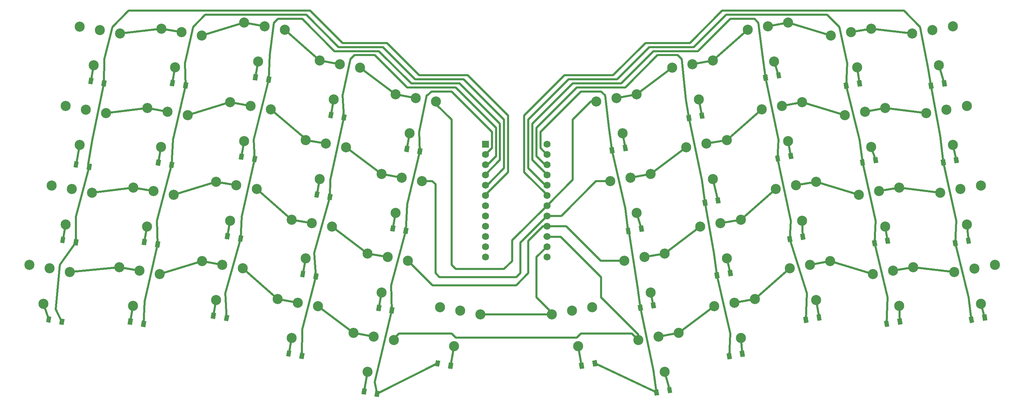
<source format=gbr>
G04 #@! TF.FileFunction,Copper,L2,Bot,Signal*
%FSLAX46Y46*%
G04 Gerber Fmt 4.6, Leading zero omitted, Abs format (unit mm)*
G04 Created by KiCad (PCBNEW (2015-03-15 BZR 5517)-product) date Wednesday, March 30, 2016 'AMt' 09:18:45 AM*
%MOMM*%
G01*
G04 APERTURE LIST*
%ADD10C,0.100000*%
%ADD11R,1.752600X1.752600*%
%ADD12C,1.752600*%
%ADD13C,2.500000*%
%ADD14C,0.600000*%
%ADD15C,0.500000*%
G04 APERTURE END LIST*
D10*
D11*
X142380000Y-84030000D03*
D12*
X142380000Y-86570000D03*
X142380000Y-89110000D03*
X142380000Y-91650000D03*
X142380000Y-94190000D03*
X142380000Y-96730000D03*
X142380000Y-99270000D03*
X142380000Y-101810000D03*
X142380000Y-104350000D03*
X142380000Y-106890000D03*
X142380000Y-109430000D03*
X142380000Y-111970000D03*
X157620000Y-111970000D03*
X157620000Y-109430000D03*
X157620000Y-106890000D03*
X157620000Y-104350000D03*
X157620000Y-101810000D03*
X157620000Y-99270000D03*
X157620000Y-96730000D03*
X157620000Y-94190000D03*
X157620000Y-91650000D03*
X157620000Y-89110000D03*
X157620000Y-86570000D03*
X157620000Y-84030000D03*
D13*
X227738914Y-113057997D03*
X217733267Y-114822262D03*
X224279823Y-122695070D03*
X222736090Y-113940129D03*
X244830346Y-94812917D03*
X234824699Y-96577182D03*
X241371255Y-104449990D03*
X239827522Y-95695049D03*
D10*
G36*
X43991312Y-69044183D02*
X44251784Y-67566972D01*
X45335072Y-67757985D01*
X45074600Y-69235196D01*
X43991312Y-69044183D01*
X43991312Y-69044183D01*
G37*
G36*
X47241178Y-69617222D02*
X47501650Y-68140011D01*
X48584938Y-68331024D01*
X48324466Y-69808235D01*
X47241178Y-69617222D01*
X47241178Y-69617222D01*
G37*
G36*
X40344700Y-89725146D02*
X40605172Y-88247935D01*
X41688460Y-88438948D01*
X41427988Y-89916159D01*
X40344700Y-89725146D01*
X40344700Y-89725146D01*
G37*
G36*
X43594566Y-90298185D02*
X43855038Y-88820974D01*
X44938326Y-89011987D01*
X44677854Y-90489198D01*
X43594566Y-90298185D01*
X43594566Y-90298185D01*
G37*
G36*
X37045385Y-108436493D02*
X37305857Y-106959282D01*
X38389145Y-107150295D01*
X38128673Y-108627506D01*
X37045385Y-108436493D01*
X37045385Y-108436493D01*
G37*
G36*
X40295251Y-109009532D02*
X40555723Y-107532321D01*
X41639011Y-107723334D01*
X41378539Y-109200545D01*
X40295251Y-109009532D01*
X40295251Y-109009532D01*
G37*
G36*
X33572421Y-128132648D02*
X33832893Y-126655437D01*
X34916181Y-126846450D01*
X34655709Y-128323661D01*
X33572421Y-128132648D01*
X33572421Y-128132648D01*
G37*
G36*
X36822287Y-128705687D02*
X37082759Y-127228476D01*
X38166047Y-127419489D01*
X37905575Y-128896700D01*
X36822287Y-128705687D01*
X36822287Y-128705687D01*
G37*
G36*
X64208411Y-69562723D02*
X64468883Y-68085512D01*
X65552171Y-68276525D01*
X65291699Y-69753736D01*
X64208411Y-69562723D01*
X64208411Y-69562723D01*
G37*
G36*
X67458277Y-70135762D02*
X67718749Y-68658551D01*
X68802037Y-68849564D01*
X68541565Y-70326775D01*
X67458277Y-70135762D01*
X67458277Y-70135762D01*
G37*
G36*
X60735448Y-89258878D02*
X60995920Y-87781667D01*
X62079208Y-87972680D01*
X61818736Y-89449891D01*
X60735448Y-89258878D01*
X60735448Y-89258878D01*
G37*
G36*
X63985314Y-89831917D02*
X64245786Y-88354706D01*
X65329074Y-88545719D01*
X65068602Y-90022930D01*
X63985314Y-89831917D01*
X63985314Y-89831917D01*
G37*
G36*
X57262484Y-108955033D02*
X57522956Y-107477822D01*
X58606244Y-107668835D01*
X58345772Y-109146046D01*
X57262484Y-108955033D01*
X57262484Y-108955033D01*
G37*
G36*
X60512350Y-109528072D02*
X60772822Y-108050861D01*
X61856110Y-108241874D01*
X61595638Y-109719085D01*
X60512350Y-109528072D01*
X60512350Y-109528072D01*
G37*
G36*
X53789521Y-128651188D02*
X54049993Y-127173977D01*
X55133281Y-127364990D01*
X54872809Y-128842201D01*
X53789521Y-128651188D01*
X53789521Y-128651188D01*
G37*
G36*
X57039387Y-129224227D02*
X57299859Y-127747016D01*
X58383147Y-127938029D01*
X58122675Y-129415240D01*
X57039387Y-129224227D01*
X57039387Y-129224227D01*
G37*
G36*
X84772807Y-68111648D02*
X85033279Y-66634437D01*
X86116567Y-66825450D01*
X85856095Y-68302661D01*
X84772807Y-68111648D01*
X84772807Y-68111648D01*
G37*
G36*
X88022673Y-68684687D02*
X88283145Y-67207476D01*
X89366433Y-67398489D01*
X89105961Y-68875700D01*
X88022673Y-68684687D01*
X88022673Y-68684687D01*
G37*
G36*
X81299844Y-87807803D02*
X81560316Y-86330592D01*
X82643604Y-86521605D01*
X82383132Y-87998816D01*
X81299844Y-87807803D01*
X81299844Y-87807803D01*
G37*
G36*
X84549710Y-88380842D02*
X84810182Y-86903631D01*
X85893470Y-87094644D01*
X85632998Y-88571855D01*
X84549710Y-88380842D01*
X84549710Y-88380842D01*
G37*
G36*
X77826880Y-107503958D02*
X78087352Y-106026747D01*
X79170640Y-106217760D01*
X78910168Y-107694971D01*
X77826880Y-107503958D01*
X77826880Y-107503958D01*
G37*
G36*
X81076746Y-108076997D02*
X81337218Y-106599786D01*
X82420506Y-106790799D01*
X82160034Y-108268010D01*
X81076746Y-108076997D01*
X81076746Y-108076997D01*
G37*
G36*
X74353917Y-127200113D02*
X74614389Y-125722902D01*
X75697677Y-125913915D01*
X75437205Y-127391126D01*
X74353917Y-127200113D01*
X74353917Y-127200113D01*
G37*
G36*
X77603783Y-127773152D02*
X77864255Y-126295941D01*
X78947543Y-126486954D01*
X78687071Y-127964165D01*
X77603783Y-127773152D01*
X77603783Y-127773152D01*
G37*
G36*
X103427073Y-77493458D02*
X103687545Y-76016247D01*
X104770833Y-76207260D01*
X104510361Y-77684471D01*
X103427073Y-77493458D01*
X103427073Y-77493458D01*
G37*
G36*
X106676939Y-78066497D02*
X106937411Y-76589286D01*
X108020699Y-76780299D01*
X107760227Y-78257510D01*
X106676939Y-78066497D01*
X106676939Y-78066497D01*
G37*
G36*
X99954110Y-97189613D02*
X100214582Y-95712402D01*
X101297870Y-95903415D01*
X101037398Y-97380626D01*
X99954110Y-97189613D01*
X99954110Y-97189613D01*
G37*
G36*
X103203976Y-97762652D02*
X103464448Y-96285441D01*
X104547736Y-96476454D01*
X104287264Y-97953665D01*
X103203976Y-97762652D01*
X103203976Y-97762652D01*
G37*
G36*
X96481146Y-116885768D02*
X96741618Y-115408557D01*
X97824906Y-115599570D01*
X97564434Y-117076781D01*
X96481146Y-116885768D01*
X96481146Y-116885768D01*
G37*
G36*
X99731012Y-117458807D02*
X99991484Y-115981596D01*
X101074772Y-116172609D01*
X100814300Y-117649820D01*
X99731012Y-117458807D01*
X99731012Y-117458807D01*
G37*
G36*
X93008183Y-136581923D02*
X93268655Y-135104712D01*
X94351943Y-135295725D01*
X94091471Y-136772936D01*
X93008183Y-136581923D01*
X93008183Y-136581923D01*
G37*
G36*
X96258049Y-137154962D02*
X96518521Y-135677751D01*
X97601809Y-135868764D01*
X97341337Y-137345975D01*
X96258049Y-137154962D01*
X96258049Y-137154962D01*
G37*
G36*
X122254987Y-85890460D02*
X122515459Y-84413249D01*
X123598747Y-84604262D01*
X123338275Y-86081473D01*
X122254987Y-85890460D01*
X122254987Y-85890460D01*
G37*
G36*
X125504853Y-86463499D02*
X125765325Y-84986288D01*
X126848613Y-85177301D01*
X126588141Y-86654512D01*
X125504853Y-86463499D01*
X125504853Y-86463499D01*
G37*
G36*
X118782024Y-105586615D02*
X119042496Y-104109404D01*
X120125784Y-104300417D01*
X119865312Y-105777628D01*
X118782024Y-105586615D01*
X118782024Y-105586615D01*
G37*
G36*
X122031890Y-106159654D02*
X122292362Y-104682443D01*
X123375650Y-104873456D01*
X123115178Y-106350667D01*
X122031890Y-106159654D01*
X122031890Y-106159654D01*
G37*
G36*
X115309060Y-125282770D02*
X115569532Y-123805559D01*
X116652820Y-123996572D01*
X116392348Y-125473783D01*
X115309060Y-125282770D01*
X115309060Y-125282770D01*
G37*
G36*
X118558926Y-125855809D02*
X118819398Y-124378598D01*
X119902686Y-124569611D01*
X119642214Y-126046822D01*
X118558926Y-125855809D01*
X118558926Y-125855809D01*
G37*
G36*
X111662449Y-145963733D02*
X111922921Y-144486522D01*
X113006209Y-144677535D01*
X112745737Y-146154746D01*
X111662449Y-145963733D01*
X111662449Y-145963733D01*
G37*
G36*
X114912315Y-146536772D02*
X115172787Y-145059561D01*
X116256075Y-145250574D01*
X115995603Y-146727785D01*
X114912315Y-146536772D01*
X114912315Y-146536772D01*
G37*
G36*
X134438845Y-138302421D02*
X134178373Y-139779632D01*
X133095085Y-139588619D01*
X133355557Y-138111408D01*
X134438845Y-138302421D01*
X134438845Y-138302421D01*
G37*
G36*
X131188979Y-137729382D02*
X130928507Y-139206593D01*
X129845219Y-139015580D01*
X130105691Y-137538369D01*
X131188979Y-137729382D01*
X131188979Y-137729382D01*
G37*
G36*
X165807946Y-139778135D02*
X165547474Y-138300924D01*
X166630762Y-138109911D01*
X166891234Y-139587122D01*
X165807946Y-139778135D01*
X165807946Y-139778135D01*
G37*
G36*
X169057812Y-139205096D02*
X168797340Y-137727885D01*
X169880628Y-137536872D01*
X170141100Y-139014083D01*
X169057812Y-139205096D01*
X169057812Y-139205096D01*
G37*
G36*
X177411408Y-84165888D02*
X177671880Y-85643099D01*
X176588592Y-85834112D01*
X176328120Y-84356901D01*
X177411408Y-84165888D01*
X177411408Y-84165888D01*
G37*
G36*
X174161542Y-84738927D02*
X174422014Y-86216138D01*
X173338726Y-86407151D01*
X173078254Y-84929940D01*
X174161542Y-84738927D01*
X174161542Y-84738927D01*
G37*
G36*
X181411408Y-104165888D02*
X181671880Y-105643099D01*
X180588592Y-105834112D01*
X180328120Y-104356901D01*
X181411408Y-104165888D01*
X181411408Y-104165888D01*
G37*
G36*
X178161542Y-104738927D02*
X178422014Y-106216138D01*
X177338726Y-106407151D01*
X177078254Y-104929940D01*
X178161542Y-104738927D01*
X178161542Y-104738927D01*
G37*
G36*
X184411408Y-123165888D02*
X184671880Y-124643099D01*
X183588592Y-124834112D01*
X183328120Y-123356901D01*
X184411408Y-123165888D01*
X184411408Y-123165888D01*
G37*
G36*
X181161542Y-123738927D02*
X181422014Y-125216138D01*
X180338726Y-125407151D01*
X180078254Y-123929940D01*
X181161542Y-123738927D01*
X181161542Y-123738927D01*
G37*
G36*
X188411408Y-144165888D02*
X188671880Y-145643099D01*
X187588592Y-145834112D01*
X187328120Y-144356901D01*
X188411408Y-144165888D01*
X188411408Y-144165888D01*
G37*
G36*
X185161542Y-144738927D02*
X185422014Y-146216138D01*
X184338726Y-146407151D01*
X184078254Y-144929940D01*
X185161542Y-144738927D01*
X185161542Y-144738927D01*
G37*
G36*
X196411408Y-76165888D02*
X196671880Y-77643099D01*
X195588592Y-77834112D01*
X195328120Y-76356901D01*
X196411408Y-76165888D01*
X196411408Y-76165888D01*
G37*
G36*
X193161542Y-76738927D02*
X193422014Y-78216138D01*
X192338726Y-78407151D01*
X192078254Y-76929940D01*
X193161542Y-76738927D01*
X193161542Y-76738927D01*
G37*
G36*
X200411408Y-97165888D02*
X200671880Y-98643099D01*
X199588592Y-98834112D01*
X199328120Y-97356901D01*
X200411408Y-97165888D01*
X200411408Y-97165888D01*
G37*
G36*
X197161542Y-97738927D02*
X197422014Y-99216138D01*
X196338726Y-99407151D01*
X196078254Y-97929940D01*
X197161542Y-97738927D01*
X197161542Y-97738927D01*
G37*
G36*
X203411408Y-115165888D02*
X203671880Y-116643099D01*
X202588592Y-116834112D01*
X202328120Y-115356901D01*
X203411408Y-115165888D01*
X203411408Y-115165888D01*
G37*
G36*
X200161542Y-115738927D02*
X200422014Y-117216138D01*
X199338726Y-117407151D01*
X199078254Y-115929940D01*
X200161542Y-115738927D01*
X200161542Y-115738927D01*
G37*
G36*
X206411408Y-135165888D02*
X206671880Y-136643099D01*
X205588592Y-136834112D01*
X205328120Y-135356901D01*
X206411408Y-135165888D01*
X206411408Y-135165888D01*
G37*
G36*
X203161542Y-135738927D02*
X203422014Y-137216138D01*
X202338726Y-137407151D01*
X202078254Y-135929940D01*
X203161542Y-135738927D01*
X203161542Y-135738927D01*
G37*
G36*
X215411408Y-66165888D02*
X215671880Y-67643099D01*
X214588592Y-67834112D01*
X214328120Y-66356901D01*
X215411408Y-66165888D01*
X215411408Y-66165888D01*
G37*
G36*
X212161542Y-66738927D02*
X212422014Y-68216138D01*
X211338726Y-68407151D01*
X211078254Y-66929940D01*
X212161542Y-66738927D01*
X212161542Y-66738927D01*
G37*
G36*
X218411408Y-86165888D02*
X218671880Y-87643099D01*
X217588592Y-87834112D01*
X217328120Y-86356901D01*
X218411408Y-86165888D01*
X218411408Y-86165888D01*
G37*
G36*
X215161542Y-86738927D02*
X215422014Y-88216138D01*
X214338726Y-88407151D01*
X214078254Y-86929940D01*
X215161542Y-86738927D01*
X215161542Y-86738927D01*
G37*
G36*
X221411408Y-106165888D02*
X221671880Y-107643099D01*
X220588592Y-107834112D01*
X220328120Y-106356901D01*
X221411408Y-106165888D01*
X221411408Y-106165888D01*
G37*
G36*
X218161542Y-106738927D02*
X218422014Y-108216138D01*
X217338726Y-108407151D01*
X217078254Y-106929940D01*
X218161542Y-106738927D01*
X218161542Y-106738927D01*
G37*
G36*
X225411408Y-126165888D02*
X225671880Y-127643099D01*
X224588592Y-127834112D01*
X224328120Y-126356901D01*
X225411408Y-126165888D01*
X225411408Y-126165888D01*
G37*
G36*
X222161542Y-126738927D02*
X222422014Y-128216138D01*
X221338726Y-128407151D01*
X221078254Y-126929940D01*
X222161542Y-126738927D01*
X222161542Y-126738927D01*
G37*
G36*
X235411408Y-68165888D02*
X235671880Y-69643099D01*
X234588592Y-69834112D01*
X234328120Y-68356901D01*
X235411408Y-68165888D01*
X235411408Y-68165888D01*
G37*
G36*
X232161542Y-68738927D02*
X232422014Y-70216138D01*
X231338726Y-70407151D01*
X231078254Y-68929940D01*
X232161542Y-68738927D01*
X232161542Y-68738927D01*
G37*
G36*
X239411408Y-87165888D02*
X239671880Y-88643099D01*
X238588592Y-88834112D01*
X238328120Y-87356901D01*
X239411408Y-87165888D01*
X239411408Y-87165888D01*
G37*
G36*
X236161542Y-87738927D02*
X236422014Y-89216138D01*
X235338726Y-89407151D01*
X235078254Y-87929940D01*
X236161542Y-87738927D01*
X236161542Y-87738927D01*
G37*
G36*
X242411408Y-107165888D02*
X242671880Y-108643099D01*
X241588592Y-108834112D01*
X241328120Y-107356901D01*
X242411408Y-107165888D01*
X242411408Y-107165888D01*
G37*
G36*
X239161542Y-107738927D02*
X239422014Y-109216138D01*
X238338726Y-109407151D01*
X238078254Y-107929940D01*
X239161542Y-107738927D01*
X239161542Y-107738927D01*
G37*
G36*
X245411408Y-127165888D02*
X245671880Y-128643099D01*
X244588592Y-128834112D01*
X244328120Y-127356901D01*
X245411408Y-127165888D01*
X245411408Y-127165888D01*
G37*
G36*
X242161542Y-127738927D02*
X242422014Y-129216138D01*
X241338726Y-129407151D01*
X241078254Y-127929940D01*
X242161542Y-127738927D01*
X242161542Y-127738927D01*
G37*
G36*
X256411408Y-68165888D02*
X256671880Y-69643099D01*
X255588592Y-69834112D01*
X255328120Y-68356901D01*
X256411408Y-68165888D01*
X256411408Y-68165888D01*
G37*
G36*
X253161542Y-68738927D02*
X253422014Y-70216138D01*
X252338726Y-70407151D01*
X252078254Y-68929940D01*
X253161542Y-68738927D01*
X253161542Y-68738927D01*
G37*
G36*
X259411408Y-87165888D02*
X259671880Y-88643099D01*
X258588592Y-88834112D01*
X258328120Y-87356901D01*
X259411408Y-87165888D01*
X259411408Y-87165888D01*
G37*
G36*
X256161542Y-87738927D02*
X256422014Y-89216138D01*
X255338726Y-89407151D01*
X255078254Y-87929940D01*
X256161542Y-87738927D01*
X256161542Y-87738927D01*
G37*
G36*
X262411408Y-107165888D02*
X262671880Y-108643099D01*
X261588592Y-108834112D01*
X261328120Y-107356901D01*
X262411408Y-107165888D01*
X262411408Y-107165888D01*
G37*
G36*
X259161542Y-107738927D02*
X259422014Y-109216138D01*
X258338726Y-109407151D01*
X258078254Y-107929940D01*
X259161542Y-107738927D01*
X259161542Y-107738927D01*
G37*
G36*
X266411408Y-126165888D02*
X266671880Y-127643099D01*
X265588592Y-127834112D01*
X265328120Y-126356901D01*
X266411408Y-126165888D01*
X266411408Y-126165888D01*
G37*
G36*
X263161542Y-126738927D02*
X263422014Y-128216138D01*
X262338726Y-128407151D01*
X262078254Y-126929940D01*
X263161542Y-126738927D01*
X263161542Y-126738927D01*
G37*
D13*
X51890448Y-56667829D03*
X41884801Y-54903564D03*
X45343892Y-64540637D03*
X46887625Y-55785696D03*
X48417485Y-76363984D03*
X38411838Y-74599719D03*
X41870929Y-84236792D03*
X43414662Y-75481851D03*
X44944521Y-96060139D03*
X34938874Y-94295874D03*
X38397965Y-103932947D03*
X39941698Y-95178006D03*
X39471558Y-115708730D03*
X29465911Y-113944465D03*
X32925002Y-123581538D03*
X34468735Y-114826597D03*
X72107548Y-57186369D03*
X62101901Y-55422104D03*
X65560992Y-65059177D03*
X67104725Y-56304236D03*
X68634584Y-76882524D03*
X58628937Y-75118259D03*
X62088028Y-84755332D03*
X63631761Y-76000391D03*
X65161621Y-96578679D03*
X55155974Y-94814414D03*
X58615065Y-104451487D03*
X60158798Y-95696546D03*
X61688657Y-116274835D03*
X51683010Y-114510570D03*
X55142101Y-124147643D03*
X56685834Y-115392702D03*
X92671944Y-55735294D03*
X82666297Y-53971029D03*
X86125388Y-63608102D03*
X87669121Y-54853161D03*
X89198980Y-75431449D03*
X79193333Y-73667184D03*
X82652424Y-83304257D03*
X84196157Y-74549316D03*
X85726017Y-95127604D03*
X75720370Y-93363339D03*
X79179461Y-103000412D03*
X80723194Y-94245471D03*
X82253053Y-114823759D03*
X72247406Y-113059494D03*
X75706497Y-122696567D03*
X77250230Y-113941626D03*
X111326210Y-65117104D03*
X101320563Y-63352839D03*
X104779654Y-72989912D03*
X106323387Y-64234971D03*
X107853246Y-84813259D03*
X97847599Y-83048994D03*
X101306690Y-92686067D03*
X102850423Y-83931126D03*
X104380283Y-104509414D03*
X94374636Y-102745149D03*
X97833727Y-112382222D03*
X99377460Y-103627281D03*
X100907319Y-124205569D03*
X90901672Y-122441304D03*
X94360763Y-132078377D03*
X95904496Y-123323436D03*
X130154124Y-73514107D03*
X120148477Y-71749842D03*
X123607568Y-81386915D03*
X125151301Y-72631974D03*
X126681161Y-93210262D03*
X116675514Y-91445997D03*
X120134605Y-101083070D03*
X121678338Y-92328129D03*
X123208197Y-112906417D03*
X113202550Y-111142152D03*
X116661641Y-120779225D03*
X118205374Y-112024284D03*
X119735233Y-132602572D03*
X109729586Y-130838307D03*
X113188677Y-140475380D03*
X114732410Y-131720439D03*
X141167870Y-126227458D03*
X131162223Y-124463193D03*
X134621314Y-134100266D03*
X136165047Y-125345325D03*
X168824097Y-124461695D03*
X158818450Y-126225960D03*
X165365006Y-134098768D03*
X163821273Y-125343827D03*
X179837843Y-71748344D03*
X169832196Y-73512609D03*
X176378752Y-81385417D03*
X174835019Y-72630476D03*
X183310806Y-91444499D03*
X173305159Y-93208764D03*
X179851715Y-101081572D03*
X178307982Y-92326631D03*
X186783770Y-111140654D03*
X176778123Y-112904919D03*
X183324679Y-120777727D03*
X181780946Y-112022786D03*
X190256733Y-130836809D03*
X180251086Y-132601074D03*
X186797642Y-140473882D03*
X185253909Y-131718941D03*
X198665757Y-63351342D03*
X188660110Y-65115607D03*
X195206666Y-72988415D03*
X193662933Y-64233474D03*
X202138721Y-83047497D03*
X192133074Y-84811762D03*
X198679630Y-92684570D03*
X197135897Y-83929629D03*
X205611684Y-102743652D03*
X195606037Y-104507917D03*
X202152593Y-112380725D03*
X200608860Y-103625784D03*
X209084648Y-122439807D03*
X199079001Y-124204072D03*
X205625557Y-132076880D03*
X204081824Y-123321939D03*
X217320023Y-53969531D03*
X207314376Y-55733796D03*
X213860932Y-63606604D03*
X212317199Y-54851663D03*
X220792987Y-73665686D03*
X210787340Y-75429951D03*
X217333896Y-83302759D03*
X215790163Y-74547818D03*
X224265950Y-93361842D03*
X214260303Y-95126107D03*
X220806859Y-102998915D03*
X219263126Y-94243974D03*
X237884419Y-55420607D03*
X227878772Y-57184872D03*
X234425328Y-65057680D03*
X232881595Y-56302739D03*
X241357382Y-75116762D03*
X231351735Y-76881027D03*
X237898291Y-84753835D03*
X236354558Y-75998894D03*
X248303310Y-114509072D03*
X238297663Y-116273337D03*
X244844219Y-124146145D03*
X243300486Y-115391204D03*
X258101519Y-54902066D03*
X248095872Y-56666331D03*
X254642428Y-64539139D03*
X253098695Y-55784198D03*
X261574482Y-74598221D03*
X251568835Y-76362486D03*
X258115391Y-84235294D03*
X256571658Y-75480353D03*
X265047446Y-94294376D03*
X255041799Y-96058641D03*
X261588355Y-103931449D03*
X260044622Y-95176508D03*
X268520409Y-113990532D03*
X258514762Y-115754797D03*
X265061318Y-123627605D03*
X263517585Y-114872664D03*
D14*
X169832196Y-73512609D03*
D15*
X44663192Y-68401084D02*
X45343892Y-64540637D01*
X99000000Y-51000000D02*
X107000000Y-59000000D01*
X148000000Y-91000000D02*
X148000000Y-82000000D01*
X142380000Y-96620000D02*
X148000000Y-91000000D01*
X54000000Y-51000000D02*
X99000000Y-51000000D01*
X48000000Y-63000000D02*
X47913058Y-68974123D01*
X48000000Y-63000000D02*
X50000000Y-55000000D01*
X50000000Y-55000000D02*
X54000000Y-51000000D01*
X148000000Y-77000000D02*
X148000000Y-82000000D01*
X138000000Y-67000000D02*
X148000000Y-77000000D01*
X126000000Y-67000000D02*
X138000000Y-67000000D01*
X118000000Y-59000000D02*
X126000000Y-67000000D01*
X107000000Y-59000000D02*
X118000000Y-59000000D01*
X142380000Y-96730000D02*
X142380000Y-96620000D01*
X40967131Y-108366433D02*
X37000000Y-114000000D01*
X36000000Y-125000000D02*
X37494167Y-128062588D01*
X37000000Y-114000000D02*
X36000000Y-125000000D01*
X44266446Y-89655086D02*
X41000000Y-102000000D01*
X41000000Y-102000000D02*
X40967131Y-108366433D01*
X47913058Y-68974123D02*
X45000000Y-83000000D01*
X45000000Y-83000000D02*
X44000000Y-89000000D01*
X44000000Y-89000000D02*
X44266446Y-89655086D01*
X41870929Y-84236792D02*
X41016580Y-89082047D01*
X38397965Y-103932947D02*
X37717265Y-107793394D01*
X32925002Y-123581538D02*
X34244301Y-127489549D01*
X64880291Y-68919624D02*
X65560992Y-65059177D01*
X70000000Y-55000000D02*
X73000000Y-52000000D01*
X68000000Y-64000000D02*
X70000000Y-55000000D01*
X68130157Y-69492663D02*
X68000000Y-64000000D01*
X147000000Y-90000000D02*
X147000000Y-82000000D01*
X147000000Y-90000000D02*
X142810000Y-94190000D01*
X147000000Y-78000000D02*
X147000000Y-82000000D01*
X137000000Y-68000000D02*
X147000000Y-78000000D01*
X125000000Y-68000000D02*
X137000000Y-68000000D01*
X117000000Y-60000000D02*
X125000000Y-68000000D01*
X106000000Y-60000000D02*
X117000000Y-60000000D01*
X98000000Y-52000000D02*
X106000000Y-60000000D01*
X73000000Y-52000000D02*
X98000000Y-52000000D01*
X142380000Y-94190000D02*
X142810000Y-94190000D01*
X142380000Y-94190000D02*
X142380000Y-93620000D01*
X68130157Y-69492663D02*
X65000000Y-83000000D01*
X65000000Y-83000000D02*
X64657194Y-89188818D01*
X61184230Y-108884973D02*
X58000000Y-123000000D01*
X58000000Y-123000000D02*
X57711267Y-128581128D01*
X64657194Y-89188818D02*
X61000000Y-103000000D01*
X61000000Y-103000000D02*
X61184230Y-108884973D01*
X61407328Y-88615779D02*
X62088028Y-84755332D01*
X57934364Y-108311934D02*
X58615065Y-104451487D01*
X54461401Y-128008089D02*
X55142101Y-124147643D01*
X85444687Y-67468549D02*
X86125388Y-63608102D01*
X146000000Y-88000000D02*
X146000000Y-79000000D01*
X91000000Y-53000000D02*
X97000000Y-53000000D01*
X97000000Y-53000000D02*
X105000000Y-61000000D01*
X105000000Y-61000000D02*
X116000000Y-61000000D01*
X116000000Y-61000000D02*
X124000000Y-69000000D01*
X124000000Y-69000000D02*
X136000000Y-69000000D01*
X136000000Y-69000000D02*
X146000000Y-79000000D01*
X88694553Y-68041588D02*
X89000000Y-62000000D01*
X89000000Y-62000000D02*
X90000000Y-54000000D01*
X90000000Y-54000000D02*
X91000000Y-53000000D01*
X146000000Y-88000000D02*
X142380000Y-91620000D01*
X142380000Y-91650000D02*
X142380000Y-91620000D01*
X81748626Y-107433898D02*
X78000000Y-121000000D01*
X78000000Y-121000000D02*
X78275663Y-127130053D01*
X85221590Y-87737743D02*
X82000000Y-102000000D01*
X82000000Y-102000000D02*
X81748626Y-107433898D01*
X88694553Y-68041588D02*
X85000000Y-83000000D01*
X85000000Y-83000000D02*
X85221590Y-87737743D01*
X82652424Y-83304257D02*
X81971724Y-87164704D01*
X78498760Y-106860859D02*
X79179461Y-103000412D01*
X75706497Y-122696567D02*
X75025797Y-126557014D01*
X104779654Y-72989912D02*
X104098953Y-76850359D01*
X109000000Y-63000000D02*
X110000000Y-62000000D01*
X107348819Y-77423398D02*
X107000000Y-72000000D01*
X107000000Y-72000000D02*
X109000000Y-63000000D01*
X145000000Y-80000000D02*
X145000000Y-83000000D01*
X135000000Y-70000000D02*
X145000000Y-80000000D01*
X123000000Y-70000000D02*
X135000000Y-70000000D01*
X115000000Y-62000000D02*
X123000000Y-70000000D01*
X110000000Y-62000000D02*
X115000000Y-62000000D01*
X145000000Y-87000000D02*
X145000000Y-83000000D01*
X145000000Y-87000000D02*
X142890000Y-89110000D01*
X145000000Y-83000000D02*
X145000000Y-82000000D01*
X142380000Y-89110000D02*
X142890000Y-89110000D01*
X100402892Y-116815708D02*
X97000000Y-130000000D01*
X97000000Y-130000000D02*
X96929929Y-136511863D01*
X103875856Y-97119553D02*
X100000000Y-111000000D01*
X100000000Y-111000000D02*
X100402892Y-116815708D01*
X107348819Y-77423398D02*
X104000000Y-93000000D01*
X104000000Y-93000000D02*
X103875856Y-97119553D01*
X101306690Y-92686067D02*
X100625990Y-96546514D01*
X97833727Y-112382222D02*
X97153026Y-116242669D01*
X94360763Y-132078377D02*
X93680063Y-135938824D01*
X123607568Y-81386915D02*
X122926867Y-85247361D01*
X127807692Y-71961540D02*
X128038460Y-71961540D01*
X144000000Y-85000000D02*
X144000000Y-82000000D01*
X144000000Y-85000000D02*
X142430000Y-86570000D01*
X144000000Y-81000000D02*
X144000000Y-82000000D01*
X134000000Y-71000000D02*
X144000000Y-81000000D01*
X129000000Y-71000000D02*
X134000000Y-71000000D01*
X128038460Y-71961540D02*
X129000000Y-71000000D01*
X142380000Y-86570000D02*
X142430000Y-86570000D01*
X126176733Y-85820400D02*
X126000000Y-81000000D01*
X126000000Y-81000000D02*
X127807692Y-71961540D01*
X119230806Y-125212710D02*
X115000000Y-143000000D01*
X115000000Y-143000000D02*
X115584195Y-145893673D01*
X122703770Y-105516555D02*
X119000000Y-119000000D01*
X119000000Y-119000000D02*
X119230806Y-125212710D01*
X126176733Y-85820400D02*
X123000000Y-99000000D01*
X123000000Y-99000000D02*
X122703770Y-105516555D01*
X115584195Y-145893673D02*
X130517099Y-138372481D01*
X120134605Y-101083070D02*
X119453904Y-104943516D01*
X116661641Y-120779225D02*
X115980940Y-124639671D01*
X112334329Y-145320634D02*
X113188677Y-140475380D01*
X133766965Y-138945520D02*
X134621314Y-134100266D01*
X166219354Y-138944023D02*
X165365006Y-134098768D01*
X172000000Y-72000000D02*
X171000000Y-71000000D01*
X157570000Y-86570000D02*
X156000000Y-85000000D01*
X156000000Y-85000000D02*
X156000000Y-82000000D01*
X173000000Y-80000000D02*
X172000000Y-72000000D01*
X173000000Y-80000000D02*
X173750134Y-85573039D01*
X156000000Y-81000000D02*
X156000000Y-82000000D01*
X166000000Y-71000000D02*
X156000000Y-81000000D01*
X171000000Y-71000000D02*
X166000000Y-71000000D01*
X173750134Y-85573039D02*
X173426961Y-85573039D01*
X169469220Y-138370984D02*
X184750134Y-145573039D01*
X177750134Y-105573039D02*
X177000000Y-100000000D01*
X177000000Y-100000000D02*
X173750134Y-85573039D01*
X180750134Y-124573039D02*
X180000000Y-119000000D01*
X180000000Y-119000000D02*
X178000000Y-106000000D01*
X178000000Y-106000000D02*
X177750134Y-105573039D01*
X184750134Y-145573039D02*
X184000000Y-140000000D01*
X184000000Y-140000000D02*
X180750134Y-124573039D01*
X157620000Y-86570000D02*
X157570000Y-86570000D01*
X177000000Y-85000000D02*
X176378752Y-81385417D01*
X181000000Y-105000000D02*
X179851715Y-101081572D01*
X184000000Y-124000000D02*
X183324679Y-120777727D01*
X188000000Y-145000000D02*
X186797642Y-140473882D01*
X195206666Y-72988415D02*
X196000000Y-77000000D01*
X191000000Y-63000000D02*
X190000000Y-62000000D01*
X157110000Y-89110000D02*
X155000000Y-87000000D01*
X155000000Y-87000000D02*
X155000000Y-82000000D01*
X192000000Y-73000000D02*
X192750134Y-77573039D01*
X192000000Y-73000000D02*
X191000000Y-63000000D01*
X155000000Y-80000000D02*
X155000000Y-82000000D01*
X165000000Y-70000000D02*
X155000000Y-80000000D01*
X177000000Y-70000000D02*
X165000000Y-70000000D01*
X185000000Y-62000000D02*
X177000000Y-70000000D01*
X190000000Y-62000000D02*
X185000000Y-62000000D01*
X196750134Y-98573039D02*
X196000000Y-93000000D01*
X196000000Y-93000000D02*
X192750134Y-77573039D01*
X199750134Y-116573039D02*
X199000000Y-111000000D01*
X199000000Y-111000000D02*
X196750134Y-98573039D01*
X202750134Y-136573039D02*
X203000000Y-131000000D01*
X203000000Y-131000000D02*
X199750134Y-116573039D01*
X157620000Y-89110000D02*
X157110000Y-89110000D01*
X198679630Y-92684570D02*
X200000000Y-98000000D01*
X202152593Y-112380725D02*
X203000000Y-116000000D01*
X205625557Y-132076880D02*
X206000000Y-136000000D01*
X213860932Y-63606604D02*
X215000000Y-67000000D01*
X184000000Y-61000000D02*
X176000000Y-69000000D01*
X154000000Y-88000000D02*
X154000000Y-82000000D01*
X157620000Y-91620000D02*
X154000000Y-88000000D01*
X209000000Y-53000000D02*
X203000000Y-53000000D01*
X203000000Y-53000000D02*
X195000000Y-61000000D01*
X195000000Y-61000000D02*
X184000000Y-61000000D01*
X211000000Y-62000000D02*
X210000000Y-54000000D01*
X211000000Y-62000000D02*
X211750134Y-67573039D01*
X210000000Y-54000000D02*
X209000000Y-53000000D01*
X154000000Y-79000000D02*
X154000000Y-82000000D01*
X164000000Y-69000000D02*
X154000000Y-79000000D01*
X176000000Y-69000000D02*
X164000000Y-69000000D01*
X214750134Y-87573039D02*
X215000000Y-83000000D01*
X215000000Y-83000000D02*
X211750134Y-67573039D01*
X217750134Y-107573039D02*
X218000000Y-103000000D01*
X218000000Y-103000000D02*
X214750134Y-87573039D01*
X221750134Y-127573039D02*
X222000000Y-121000000D01*
X222000000Y-121000000D02*
X217750134Y-107573039D01*
X157620000Y-91650000D02*
X157620000Y-91620000D01*
X217333896Y-83302759D02*
X218000000Y-87000000D01*
X220806859Y-102998915D02*
X221000000Y-107000000D01*
X224279823Y-122695070D02*
X225000000Y-127000000D01*
X234425328Y-65057680D02*
X235000000Y-69000000D01*
X203000000Y-52000000D02*
X227000000Y-52000000D01*
X231750134Y-69573039D02*
X232000000Y-64000000D01*
X232000000Y-64000000D02*
X230000000Y-55000000D01*
X183000000Y-60000000D02*
X194000000Y-60000000D01*
X194000000Y-60000000D02*
X202000000Y-52000000D01*
X202000000Y-52000000D02*
X203000000Y-52000000D01*
X153000000Y-82000000D02*
X153000000Y-78000000D01*
X153000000Y-90000000D02*
X153000000Y-82000000D01*
X153000000Y-90000000D02*
X157190000Y-94190000D01*
X163000000Y-68000000D02*
X175000000Y-68000000D01*
X153000000Y-78000000D02*
X163000000Y-68000000D01*
X175000000Y-68000000D02*
X183000000Y-60000000D01*
X227000000Y-52000000D02*
X230000000Y-55000000D01*
X235750134Y-88573039D02*
X235000000Y-83000000D01*
X235000000Y-83000000D02*
X231750134Y-69573039D01*
X238750134Y-108573039D02*
X239000000Y-103000000D01*
X239000000Y-103000000D02*
X235750134Y-88573039D01*
X241750134Y-128573039D02*
X242000000Y-122000000D01*
X242000000Y-122000000D02*
X238750134Y-108573039D01*
X157620000Y-94190000D02*
X157190000Y-94190000D01*
X239000000Y-88000000D02*
X237898291Y-84753835D01*
X242000000Y-108000000D02*
X241371255Y-104449990D01*
X244844219Y-124146145D02*
X245000000Y-128000000D01*
X256000000Y-69000000D02*
X254642428Y-64539139D01*
X157620000Y-96730000D02*
X157620000Y-96620000D01*
X255750134Y-88573039D02*
X255000000Y-82000000D01*
X255000000Y-82000000D02*
X252750134Y-69573039D01*
X262750134Y-127573039D02*
X262000000Y-122000000D01*
X262000000Y-122000000D02*
X258750134Y-108573039D01*
X258750134Y-108573039D02*
X259000000Y-103000000D01*
X259000000Y-103000000D02*
X255750134Y-88573039D01*
X174000000Y-67000000D02*
X182000000Y-59000000D01*
X182000000Y-59000000D02*
X193000000Y-59000000D01*
X201000000Y-51000000D02*
X246000000Y-51000000D01*
X246000000Y-51000000D02*
X250000000Y-55000000D01*
X152000000Y-82000000D02*
X152000000Y-77000000D01*
X152000000Y-91000000D02*
X152000000Y-82000000D01*
X152000000Y-91000000D02*
X157620000Y-96620000D01*
X162000000Y-67000000D02*
X173700002Y-67000000D01*
X152000000Y-77000000D02*
X162000000Y-67000000D01*
X252750134Y-69573039D02*
X252000000Y-65000000D01*
X252000000Y-65000000D02*
X250000000Y-55000000D01*
X193000000Y-59000000D02*
X201000000Y-51000000D01*
X173700002Y-67000000D02*
X174000000Y-67000000D01*
X259000000Y-88000000D02*
X258115391Y-84235294D01*
X262000000Y-108000000D02*
X261588355Y-103931449D01*
X266000000Y-127000000D02*
X265061318Y-123627605D01*
X51890448Y-56667829D02*
X62101901Y-55422104D01*
X62101901Y-55422104D02*
X67104725Y-56304236D01*
X48417485Y-76363984D02*
X58628937Y-75118259D01*
X58628937Y-75118259D02*
X63631761Y-76000391D01*
X44944521Y-96060139D02*
X55155974Y-94814414D01*
X55155974Y-94814414D02*
X60158798Y-95696546D01*
X39471558Y-115708730D02*
X51683010Y-114510570D01*
X51683010Y-114510570D02*
X56685834Y-115392702D01*
X72107548Y-57186369D02*
X82666297Y-53971029D01*
X82666297Y-53971029D02*
X87669121Y-54853161D01*
X68634584Y-76882524D02*
X78000000Y-74000000D01*
X78000000Y-74000000D02*
X79193333Y-73667184D01*
X79193333Y-73667184D02*
X84196157Y-74549316D01*
X65161621Y-96578679D02*
X75720370Y-93363339D01*
X75720370Y-93363339D02*
X80723194Y-94245471D01*
X61688657Y-116274835D02*
X72247406Y-113059494D01*
X72247406Y-113059494D02*
X77250230Y-113941626D01*
X92671944Y-55735294D02*
X101320563Y-63352839D01*
X101320563Y-63352839D02*
X106323387Y-64234971D01*
X89198980Y-75431449D02*
X97000000Y-82000000D01*
X97000000Y-82000000D02*
X97847599Y-83048994D01*
X97847599Y-83048994D02*
X102850423Y-83931126D01*
X85726017Y-95127604D02*
X94374636Y-102745149D01*
X94374636Y-102745149D02*
X99377460Y-103627281D01*
X82253053Y-114823759D02*
X90901672Y-122441304D01*
X90901672Y-122441304D02*
X95904496Y-123323436D01*
X111326210Y-65117104D02*
X120148477Y-71749842D01*
X120148477Y-71749842D02*
X125151301Y-72631974D01*
X107853246Y-84813259D02*
X116675514Y-91445997D01*
X116675514Y-91445997D02*
X121678338Y-92328129D01*
X104380283Y-104509414D02*
X113202550Y-111142152D01*
X113202550Y-111142152D02*
X118205374Y-112024284D01*
X100907319Y-124205569D02*
X109729586Y-130838307D01*
X109729586Y-130838307D02*
X114732410Y-131720439D01*
X130154124Y-73514107D02*
X130154124Y-74154124D01*
X130154124Y-74154124D02*
X134000000Y-78000000D01*
X134000000Y-78000000D02*
X134000000Y-114000000D01*
X134000000Y-114000000D02*
X135000000Y-115000000D01*
X135000000Y-115000000D02*
X147000000Y-115000000D01*
X147000000Y-115000000D02*
X149000000Y-113000000D01*
X149000000Y-113000000D02*
X149000000Y-107890000D01*
X149000000Y-107890000D02*
X157620000Y-99270000D01*
X169832196Y-73512609D02*
X168487391Y-73512609D01*
X164000000Y-92890000D02*
X157620000Y-99270000D01*
X164000000Y-78000000D02*
X164000000Y-92890000D01*
X168487391Y-73512609D02*
X164000000Y-78000000D01*
X157620000Y-99270000D02*
X157270000Y-99270000D01*
X126681161Y-93210262D02*
X129210262Y-93210262D01*
X151000000Y-108430000D02*
X157620000Y-101810000D01*
X151000000Y-116000000D02*
X151000000Y-108430000D01*
X150000000Y-117000000D02*
X151000000Y-116000000D01*
X131000000Y-117000000D02*
X150000000Y-117000000D01*
X130000000Y-116000000D02*
X131000000Y-117000000D01*
X130000000Y-94000000D02*
X130000000Y-116000000D01*
X129210262Y-93210262D02*
X130000000Y-94000000D01*
X173305159Y-93208764D02*
X169791236Y-93208764D01*
X161190000Y-101810000D02*
X157620000Y-101810000D01*
X169791236Y-93208764D02*
X161190000Y-101810000D01*
X157620000Y-104350000D02*
X156650000Y-104350000D01*
X129301780Y-119000000D02*
X123208197Y-112906417D01*
X150000000Y-119000000D02*
X129301780Y-119000000D01*
X153000000Y-116000000D02*
X150000000Y-119000000D01*
X153000000Y-108000000D02*
X153000000Y-116000000D01*
X156650000Y-104350000D02*
X153000000Y-108000000D01*
X176778123Y-112904919D02*
X170904919Y-112904919D01*
X162350000Y-104350000D02*
X157620000Y-104350000D01*
X170904919Y-112904919D02*
X162350000Y-104350000D01*
X119735233Y-132602572D02*
X119735233Y-132264767D01*
X119735233Y-132264767D02*
X121000000Y-131000000D01*
X121000000Y-131000000D02*
X132000000Y-131000000D01*
X132000000Y-131000000D02*
X134000000Y-131000000D01*
X134000000Y-131000000D02*
X135000000Y-132000000D01*
X135000000Y-132000000D02*
X165000000Y-132000000D01*
X165000000Y-132000000D02*
X166000000Y-131000000D01*
X166000000Y-131000000D02*
X178650012Y-131000000D01*
X178650012Y-131000000D02*
X180251086Y-132601074D01*
X180251086Y-132601074D02*
X180251086Y-131251086D01*
X161000000Y-107000000D02*
X157000000Y-107000000D01*
X171000000Y-117000000D02*
X161000000Y-107000000D01*
X171000000Y-122000000D02*
X171000000Y-117000000D01*
X180251086Y-131251086D02*
X171000000Y-122000000D01*
X157000000Y-107000000D02*
X157620000Y-106890000D01*
X158818450Y-126225960D02*
X158818450Y-125818450D01*
X158818450Y-125818450D02*
X155000000Y-122000000D01*
X155000000Y-112050000D02*
X157620000Y-109430000D01*
X155000000Y-122000000D02*
X155000000Y-112050000D01*
X141167870Y-126227458D02*
X158816952Y-126227458D01*
X158816952Y-126227458D02*
X158818450Y-126225960D01*
X174835019Y-72630476D02*
X179837843Y-71748344D01*
X179837843Y-71748344D02*
X188660110Y-65115607D01*
X178307982Y-92326631D02*
X183310806Y-91444499D01*
X183310806Y-91444499D02*
X192133074Y-84811762D01*
X181780946Y-112022786D02*
X186783770Y-111140654D01*
X186783770Y-111140654D02*
X195606037Y-104507917D01*
X185253909Y-131718941D02*
X190256733Y-130836809D01*
X190256733Y-130836809D02*
X199079001Y-124204072D01*
X198665757Y-63351342D02*
X207314376Y-55733796D01*
X193662933Y-64233474D02*
X198665757Y-63351342D01*
X197135897Y-83929629D02*
X202138721Y-83047497D01*
X202138721Y-83047497D02*
X210787340Y-75429951D01*
X200608860Y-103625784D02*
X205611684Y-102743652D01*
X205611684Y-102743652D02*
X214260303Y-95126107D01*
X204081824Y-123321939D02*
X209084648Y-122439807D01*
X209084648Y-122439807D02*
X217733267Y-114822262D01*
X212317199Y-54851663D02*
X217320023Y-53969531D01*
X217320023Y-53969531D02*
X227878772Y-57184872D01*
X215790163Y-74547818D02*
X220792987Y-73665686D01*
X220792987Y-73665686D02*
X231351735Y-76881027D01*
X219263126Y-94243974D02*
X224265950Y-93361842D01*
X224265950Y-93361842D02*
X234824699Y-96577182D01*
X222736090Y-113940129D02*
X227738914Y-113057997D01*
X227738914Y-113057997D02*
X238297663Y-116273337D01*
X237884419Y-55420607D02*
X232881595Y-56302739D01*
X248095872Y-56666331D02*
X237884419Y-55420607D01*
X236354558Y-75998894D02*
X241357382Y-75116762D01*
X241357382Y-75116762D02*
X251568835Y-76362486D01*
X255041799Y-96058641D02*
X244830346Y-94812917D01*
X244830346Y-94812917D02*
X239827522Y-95695049D01*
X243300486Y-115391204D02*
X248303310Y-114509072D01*
X248303310Y-114509072D02*
X258514762Y-115754797D01*
M02*

</source>
